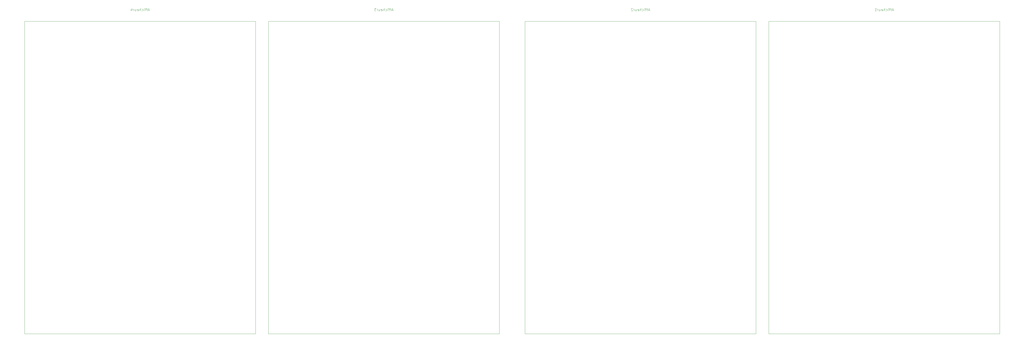
<source format=gbr>
%TF.GenerationSoftware,KiCad,Pcbnew,7.0.10*%
%TF.CreationDate,2025-02-11T17:38:30+01:00*%
%TF.ProjectId,Afficheur7seg,41666669-6368-4657-9572-377365672e6b,rev?*%
%TF.SameCoordinates,Original*%
%TF.FileFunction,Legend,Bot*%
%TF.FilePolarity,Positive*%
%FSLAX46Y46*%
G04 Gerber Fmt 4.6, Leading zero omitted, Abs format (unit mm)*
G04 Created by KiCad (PCBNEW 7.0.10) date 2025-02-11 17:38:30*
%MOMM*%
%LPD*%
G01*
G04 APERTURE LIST*
%ADD10C,0.100000*%
G04 APERTURE END LIST*
D10*
X252555238Y-131171704D02*
X252079048Y-131171704D01*
X252650476Y-131457419D02*
X252317143Y-130457419D01*
X252317143Y-130457419D02*
X251983810Y-131457419D01*
X251793333Y-130790752D02*
X251412381Y-130790752D01*
X251650476Y-131457419D02*
X251650476Y-130600276D01*
X251650476Y-130600276D02*
X251602857Y-130505038D01*
X251602857Y-130505038D02*
X251507619Y-130457419D01*
X251507619Y-130457419D02*
X251412381Y-130457419D01*
X251221904Y-130790752D02*
X250840952Y-130790752D01*
X251079047Y-131457419D02*
X251079047Y-130600276D01*
X251079047Y-130600276D02*
X251031428Y-130505038D01*
X251031428Y-130505038D02*
X250936190Y-130457419D01*
X250936190Y-130457419D02*
X250840952Y-130457419D01*
X250507618Y-131457419D02*
X250507618Y-130790752D01*
X250507618Y-130457419D02*
X250555237Y-130505038D01*
X250555237Y-130505038D02*
X250507618Y-130552657D01*
X250507618Y-130552657D02*
X250459999Y-130505038D01*
X250459999Y-130505038D02*
X250507618Y-130457419D01*
X250507618Y-130457419D02*
X250507618Y-130552657D01*
X249602857Y-131409800D02*
X249698095Y-131457419D01*
X249698095Y-131457419D02*
X249888571Y-131457419D01*
X249888571Y-131457419D02*
X249983809Y-131409800D01*
X249983809Y-131409800D02*
X250031428Y-131362180D01*
X250031428Y-131362180D02*
X250079047Y-131266942D01*
X250079047Y-131266942D02*
X250079047Y-130981228D01*
X250079047Y-130981228D02*
X250031428Y-130885990D01*
X250031428Y-130885990D02*
X249983809Y-130838371D01*
X249983809Y-130838371D02*
X249888571Y-130790752D01*
X249888571Y-130790752D02*
X249698095Y-130790752D01*
X249698095Y-130790752D02*
X249602857Y-130838371D01*
X249174285Y-131457419D02*
X249174285Y-130457419D01*
X248745714Y-131457419D02*
X248745714Y-130933609D01*
X248745714Y-130933609D02*
X248793333Y-130838371D01*
X248793333Y-130838371D02*
X248888571Y-130790752D01*
X248888571Y-130790752D02*
X249031428Y-130790752D01*
X249031428Y-130790752D02*
X249126666Y-130838371D01*
X249126666Y-130838371D02*
X249174285Y-130885990D01*
X247888571Y-131409800D02*
X247983809Y-131457419D01*
X247983809Y-131457419D02*
X248174285Y-131457419D01*
X248174285Y-131457419D02*
X248269523Y-131409800D01*
X248269523Y-131409800D02*
X248317142Y-131314561D01*
X248317142Y-131314561D02*
X248317142Y-130933609D01*
X248317142Y-130933609D02*
X248269523Y-130838371D01*
X248269523Y-130838371D02*
X248174285Y-130790752D01*
X248174285Y-130790752D02*
X247983809Y-130790752D01*
X247983809Y-130790752D02*
X247888571Y-130838371D01*
X247888571Y-130838371D02*
X247840952Y-130933609D01*
X247840952Y-130933609D02*
X247840952Y-131028847D01*
X247840952Y-131028847D02*
X248317142Y-131124085D01*
X246983809Y-130790752D02*
X246983809Y-131457419D01*
X247412380Y-130790752D02*
X247412380Y-131314561D01*
X247412380Y-131314561D02*
X247364761Y-131409800D01*
X247364761Y-131409800D02*
X247269523Y-131457419D01*
X247269523Y-131457419D02*
X247126666Y-131457419D01*
X247126666Y-131457419D02*
X247031428Y-131409800D01*
X247031428Y-131409800D02*
X246983809Y-131362180D01*
X246507618Y-131457419D02*
X246507618Y-130790752D01*
X246507618Y-130981228D02*
X246459999Y-130885990D01*
X246459999Y-130885990D02*
X246412380Y-130838371D01*
X246412380Y-130838371D02*
X246317142Y-130790752D01*
X246317142Y-130790752D02*
X246221904Y-130790752D01*
X245983808Y-130457419D02*
X245364761Y-130457419D01*
X245364761Y-130457419D02*
X245698094Y-130838371D01*
X245698094Y-130838371D02*
X245555237Y-130838371D01*
X245555237Y-130838371D02*
X245459999Y-130885990D01*
X245459999Y-130885990D02*
X245412380Y-130933609D01*
X245412380Y-130933609D02*
X245364761Y-131028847D01*
X245364761Y-131028847D02*
X245364761Y-131266942D01*
X245364761Y-131266942D02*
X245412380Y-131362180D01*
X245412380Y-131362180D02*
X245459999Y-131409800D01*
X245459999Y-131409800D02*
X245555237Y-131457419D01*
X245555237Y-131457419D02*
X245840951Y-131457419D01*
X245840951Y-131457419D02*
X245936189Y-131409800D01*
X245936189Y-131409800D02*
X245983808Y-131362180D01*
X352555238Y-131171704D02*
X352079048Y-131171704D01*
X352650476Y-131457419D02*
X352317143Y-130457419D01*
X352317143Y-130457419D02*
X351983810Y-131457419D01*
X351793333Y-130790752D02*
X351412381Y-130790752D01*
X351650476Y-131457419D02*
X351650476Y-130600276D01*
X351650476Y-130600276D02*
X351602857Y-130505038D01*
X351602857Y-130505038D02*
X351507619Y-130457419D01*
X351507619Y-130457419D02*
X351412381Y-130457419D01*
X351221904Y-130790752D02*
X350840952Y-130790752D01*
X351079047Y-131457419D02*
X351079047Y-130600276D01*
X351079047Y-130600276D02*
X351031428Y-130505038D01*
X351031428Y-130505038D02*
X350936190Y-130457419D01*
X350936190Y-130457419D02*
X350840952Y-130457419D01*
X350507618Y-131457419D02*
X350507618Y-130790752D01*
X350507618Y-130457419D02*
X350555237Y-130505038D01*
X350555237Y-130505038D02*
X350507618Y-130552657D01*
X350507618Y-130552657D02*
X350459999Y-130505038D01*
X350459999Y-130505038D02*
X350507618Y-130457419D01*
X350507618Y-130457419D02*
X350507618Y-130552657D01*
X349602857Y-131409800D02*
X349698095Y-131457419D01*
X349698095Y-131457419D02*
X349888571Y-131457419D01*
X349888571Y-131457419D02*
X349983809Y-131409800D01*
X349983809Y-131409800D02*
X350031428Y-131362180D01*
X350031428Y-131362180D02*
X350079047Y-131266942D01*
X350079047Y-131266942D02*
X350079047Y-130981228D01*
X350079047Y-130981228D02*
X350031428Y-130885990D01*
X350031428Y-130885990D02*
X349983809Y-130838371D01*
X349983809Y-130838371D02*
X349888571Y-130790752D01*
X349888571Y-130790752D02*
X349698095Y-130790752D01*
X349698095Y-130790752D02*
X349602857Y-130838371D01*
X349174285Y-131457419D02*
X349174285Y-130457419D01*
X348745714Y-131457419D02*
X348745714Y-130933609D01*
X348745714Y-130933609D02*
X348793333Y-130838371D01*
X348793333Y-130838371D02*
X348888571Y-130790752D01*
X348888571Y-130790752D02*
X349031428Y-130790752D01*
X349031428Y-130790752D02*
X349126666Y-130838371D01*
X349126666Y-130838371D02*
X349174285Y-130885990D01*
X347888571Y-131409800D02*
X347983809Y-131457419D01*
X347983809Y-131457419D02*
X348174285Y-131457419D01*
X348174285Y-131457419D02*
X348269523Y-131409800D01*
X348269523Y-131409800D02*
X348317142Y-131314561D01*
X348317142Y-131314561D02*
X348317142Y-130933609D01*
X348317142Y-130933609D02*
X348269523Y-130838371D01*
X348269523Y-130838371D02*
X348174285Y-130790752D01*
X348174285Y-130790752D02*
X347983809Y-130790752D01*
X347983809Y-130790752D02*
X347888571Y-130838371D01*
X347888571Y-130838371D02*
X347840952Y-130933609D01*
X347840952Y-130933609D02*
X347840952Y-131028847D01*
X347840952Y-131028847D02*
X348317142Y-131124085D01*
X346983809Y-130790752D02*
X346983809Y-131457419D01*
X347412380Y-130790752D02*
X347412380Y-131314561D01*
X347412380Y-131314561D02*
X347364761Y-131409800D01*
X347364761Y-131409800D02*
X347269523Y-131457419D01*
X347269523Y-131457419D02*
X347126666Y-131457419D01*
X347126666Y-131457419D02*
X347031428Y-131409800D01*
X347031428Y-131409800D02*
X346983809Y-131362180D01*
X346507618Y-131457419D02*
X346507618Y-130790752D01*
X346507618Y-130981228D02*
X346459999Y-130885990D01*
X346459999Y-130885990D02*
X346412380Y-130838371D01*
X346412380Y-130838371D02*
X346317142Y-130790752D01*
X346317142Y-130790752D02*
X346221904Y-130790752D01*
X345936189Y-130552657D02*
X345888570Y-130505038D01*
X345888570Y-130505038D02*
X345793332Y-130457419D01*
X345793332Y-130457419D02*
X345555237Y-130457419D01*
X345555237Y-130457419D02*
X345459999Y-130505038D01*
X345459999Y-130505038D02*
X345412380Y-130552657D01*
X345412380Y-130552657D02*
X345364761Y-130647895D01*
X345364761Y-130647895D02*
X345364761Y-130743133D01*
X345364761Y-130743133D02*
X345412380Y-130885990D01*
X345412380Y-130885990D02*
X345983808Y-131457419D01*
X345983808Y-131457419D02*
X345364761Y-131457419D01*
X157575238Y-131171704D02*
X157099048Y-131171704D01*
X157670476Y-131457419D02*
X157337143Y-130457419D01*
X157337143Y-130457419D02*
X157003810Y-131457419D01*
X156813333Y-130790752D02*
X156432381Y-130790752D01*
X156670476Y-131457419D02*
X156670476Y-130600276D01*
X156670476Y-130600276D02*
X156622857Y-130505038D01*
X156622857Y-130505038D02*
X156527619Y-130457419D01*
X156527619Y-130457419D02*
X156432381Y-130457419D01*
X156241904Y-130790752D02*
X155860952Y-130790752D01*
X156099047Y-131457419D02*
X156099047Y-130600276D01*
X156099047Y-130600276D02*
X156051428Y-130505038D01*
X156051428Y-130505038D02*
X155956190Y-130457419D01*
X155956190Y-130457419D02*
X155860952Y-130457419D01*
X155527618Y-131457419D02*
X155527618Y-130790752D01*
X155527618Y-130457419D02*
X155575237Y-130505038D01*
X155575237Y-130505038D02*
X155527618Y-130552657D01*
X155527618Y-130552657D02*
X155479999Y-130505038D01*
X155479999Y-130505038D02*
X155527618Y-130457419D01*
X155527618Y-130457419D02*
X155527618Y-130552657D01*
X154622857Y-131409800D02*
X154718095Y-131457419D01*
X154718095Y-131457419D02*
X154908571Y-131457419D01*
X154908571Y-131457419D02*
X155003809Y-131409800D01*
X155003809Y-131409800D02*
X155051428Y-131362180D01*
X155051428Y-131362180D02*
X155099047Y-131266942D01*
X155099047Y-131266942D02*
X155099047Y-130981228D01*
X155099047Y-130981228D02*
X155051428Y-130885990D01*
X155051428Y-130885990D02*
X155003809Y-130838371D01*
X155003809Y-130838371D02*
X154908571Y-130790752D01*
X154908571Y-130790752D02*
X154718095Y-130790752D01*
X154718095Y-130790752D02*
X154622857Y-130838371D01*
X154194285Y-131457419D02*
X154194285Y-130457419D01*
X153765714Y-131457419D02*
X153765714Y-130933609D01*
X153765714Y-130933609D02*
X153813333Y-130838371D01*
X153813333Y-130838371D02*
X153908571Y-130790752D01*
X153908571Y-130790752D02*
X154051428Y-130790752D01*
X154051428Y-130790752D02*
X154146666Y-130838371D01*
X154146666Y-130838371D02*
X154194285Y-130885990D01*
X152908571Y-131409800D02*
X153003809Y-131457419D01*
X153003809Y-131457419D02*
X153194285Y-131457419D01*
X153194285Y-131457419D02*
X153289523Y-131409800D01*
X153289523Y-131409800D02*
X153337142Y-131314561D01*
X153337142Y-131314561D02*
X153337142Y-130933609D01*
X153337142Y-130933609D02*
X153289523Y-130838371D01*
X153289523Y-130838371D02*
X153194285Y-130790752D01*
X153194285Y-130790752D02*
X153003809Y-130790752D01*
X153003809Y-130790752D02*
X152908571Y-130838371D01*
X152908571Y-130838371D02*
X152860952Y-130933609D01*
X152860952Y-130933609D02*
X152860952Y-131028847D01*
X152860952Y-131028847D02*
X153337142Y-131124085D01*
X152003809Y-130790752D02*
X152003809Y-131457419D01*
X152432380Y-130790752D02*
X152432380Y-131314561D01*
X152432380Y-131314561D02*
X152384761Y-131409800D01*
X152384761Y-131409800D02*
X152289523Y-131457419D01*
X152289523Y-131457419D02*
X152146666Y-131457419D01*
X152146666Y-131457419D02*
X152051428Y-131409800D01*
X152051428Y-131409800D02*
X152003809Y-131362180D01*
X151527618Y-131457419D02*
X151527618Y-130790752D01*
X151527618Y-130981228D02*
X151479999Y-130885990D01*
X151479999Y-130885990D02*
X151432380Y-130838371D01*
X151432380Y-130838371D02*
X151337142Y-130790752D01*
X151337142Y-130790752D02*
X151241904Y-130790752D01*
X150479999Y-130790752D02*
X150479999Y-131457419D01*
X150718094Y-130409800D02*
X150956189Y-131124085D01*
X150956189Y-131124085D02*
X150337142Y-131124085D01*
X447555238Y-131171704D02*
X447079048Y-131171704D01*
X447650476Y-131457419D02*
X447317143Y-130457419D01*
X447317143Y-130457419D02*
X446983810Y-131457419D01*
X446793333Y-130790752D02*
X446412381Y-130790752D01*
X446650476Y-131457419D02*
X446650476Y-130600276D01*
X446650476Y-130600276D02*
X446602857Y-130505038D01*
X446602857Y-130505038D02*
X446507619Y-130457419D01*
X446507619Y-130457419D02*
X446412381Y-130457419D01*
X446221904Y-130790752D02*
X445840952Y-130790752D01*
X446079047Y-131457419D02*
X446079047Y-130600276D01*
X446079047Y-130600276D02*
X446031428Y-130505038D01*
X446031428Y-130505038D02*
X445936190Y-130457419D01*
X445936190Y-130457419D02*
X445840952Y-130457419D01*
X445507618Y-131457419D02*
X445507618Y-130790752D01*
X445507618Y-130457419D02*
X445555237Y-130505038D01*
X445555237Y-130505038D02*
X445507618Y-130552657D01*
X445507618Y-130552657D02*
X445459999Y-130505038D01*
X445459999Y-130505038D02*
X445507618Y-130457419D01*
X445507618Y-130457419D02*
X445507618Y-130552657D01*
X444602857Y-131409800D02*
X444698095Y-131457419D01*
X444698095Y-131457419D02*
X444888571Y-131457419D01*
X444888571Y-131457419D02*
X444983809Y-131409800D01*
X444983809Y-131409800D02*
X445031428Y-131362180D01*
X445031428Y-131362180D02*
X445079047Y-131266942D01*
X445079047Y-131266942D02*
X445079047Y-130981228D01*
X445079047Y-130981228D02*
X445031428Y-130885990D01*
X445031428Y-130885990D02*
X444983809Y-130838371D01*
X444983809Y-130838371D02*
X444888571Y-130790752D01*
X444888571Y-130790752D02*
X444698095Y-130790752D01*
X444698095Y-130790752D02*
X444602857Y-130838371D01*
X444174285Y-131457419D02*
X444174285Y-130457419D01*
X443745714Y-131457419D02*
X443745714Y-130933609D01*
X443745714Y-130933609D02*
X443793333Y-130838371D01*
X443793333Y-130838371D02*
X443888571Y-130790752D01*
X443888571Y-130790752D02*
X444031428Y-130790752D01*
X444031428Y-130790752D02*
X444126666Y-130838371D01*
X444126666Y-130838371D02*
X444174285Y-130885990D01*
X442888571Y-131409800D02*
X442983809Y-131457419D01*
X442983809Y-131457419D02*
X443174285Y-131457419D01*
X443174285Y-131457419D02*
X443269523Y-131409800D01*
X443269523Y-131409800D02*
X443317142Y-131314561D01*
X443317142Y-131314561D02*
X443317142Y-130933609D01*
X443317142Y-130933609D02*
X443269523Y-130838371D01*
X443269523Y-130838371D02*
X443174285Y-130790752D01*
X443174285Y-130790752D02*
X442983809Y-130790752D01*
X442983809Y-130790752D02*
X442888571Y-130838371D01*
X442888571Y-130838371D02*
X442840952Y-130933609D01*
X442840952Y-130933609D02*
X442840952Y-131028847D01*
X442840952Y-131028847D02*
X443317142Y-131124085D01*
X441983809Y-130790752D02*
X441983809Y-131457419D01*
X442412380Y-130790752D02*
X442412380Y-131314561D01*
X442412380Y-131314561D02*
X442364761Y-131409800D01*
X442364761Y-131409800D02*
X442269523Y-131457419D01*
X442269523Y-131457419D02*
X442126666Y-131457419D01*
X442126666Y-131457419D02*
X442031428Y-131409800D01*
X442031428Y-131409800D02*
X441983809Y-131362180D01*
X441507618Y-131457419D02*
X441507618Y-130790752D01*
X441507618Y-130981228D02*
X441459999Y-130885990D01*
X441459999Y-130885990D02*
X441412380Y-130838371D01*
X441412380Y-130838371D02*
X441317142Y-130790752D01*
X441317142Y-130790752D02*
X441221904Y-130790752D01*
X440364761Y-131457419D02*
X440936189Y-131457419D01*
X440650475Y-131457419D02*
X440650475Y-130457419D01*
X440650475Y-130457419D02*
X440745713Y-130600276D01*
X440745713Y-130600276D02*
X440840951Y-130695514D01*
X440840951Y-130695514D02*
X440936189Y-130743133D01*
%TO.C,Afficheur3*%
X293960000Y-135500000D02*
X203960000Y-135500000D01*
X203960000Y-135500000D02*
X203960000Y-257500000D01*
X203960000Y-257500000D02*
X293960000Y-257500000D01*
X293960000Y-257500000D02*
X293960000Y-135500000D01*
%TO.C,Afficheur2*%
X393960000Y-135500000D02*
X303960000Y-135500000D01*
X303960000Y-135500000D02*
X303960000Y-257500000D01*
X303960000Y-257500000D02*
X393960000Y-257500000D01*
X393960000Y-257500000D02*
X393960000Y-135500000D01*
%TO.C,Afficheur4*%
X198980000Y-135500000D02*
X108980000Y-135500000D01*
X108980000Y-135500000D02*
X108980000Y-257500000D01*
X108980000Y-257500000D02*
X198980000Y-257500000D01*
X198980000Y-257500000D02*
X198980000Y-135500000D01*
%TO.C,Afficheur1*%
X488960000Y-135500000D02*
X398960000Y-135500000D01*
X398960000Y-135500000D02*
X398960000Y-257500000D01*
X398960000Y-257500000D02*
X488960000Y-257500000D01*
X488960000Y-257500000D02*
X488960000Y-135500000D01*
%TD*%
M02*

</source>
